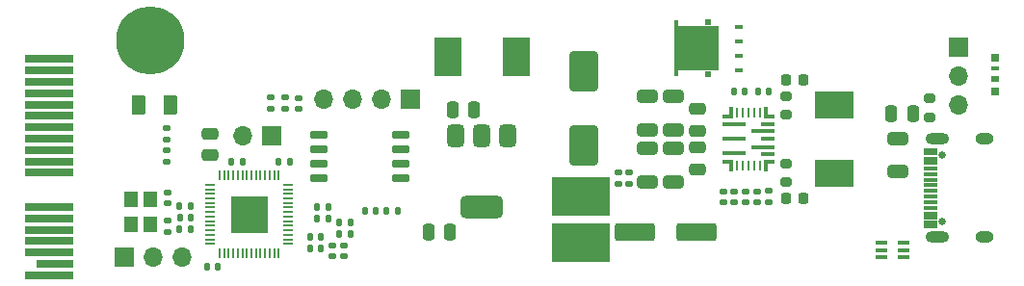
<source format=gbr>
%TF.GenerationSoftware,KiCad,Pcbnew,8.0.3*%
%TF.CreationDate,2024-06-27T20:48:53-04:00*%
%TF.ProjectId,charger-module,63686172-6765-4722-9d6d-6f64756c652e,v0.0.0*%
%TF.SameCoordinates,Original*%
%TF.FileFunction,Soldermask,Top*%
%TF.FilePolarity,Negative*%
%FSLAX46Y46*%
G04 Gerber Fmt 4.6, Leading zero omitted, Abs format (unit mm)*
G04 Created by KiCad (PCBNEW 8.0.3) date 2024-06-27 20:48:53*
%MOMM*%
%LPD*%
G01*
G04 APERTURE LIST*
G04 Aperture macros list*
%AMRoundRect*
0 Rectangle with rounded corners*
0 $1 Rounding radius*
0 $2 $3 $4 $5 $6 $7 $8 $9 X,Y pos of 4 corners*
0 Add a 4 corners polygon primitive as box body*
4,1,4,$2,$3,$4,$5,$6,$7,$8,$9,$2,$3,0*
0 Add four circle primitives for the rounded corners*
1,1,$1+$1,$2,$3*
1,1,$1+$1,$4,$5*
1,1,$1+$1,$6,$7*
1,1,$1+$1,$8,$9*
0 Add four rect primitives between the rounded corners*
20,1,$1+$1,$2,$3,$4,$5,0*
20,1,$1+$1,$4,$5,$6,$7,0*
20,1,$1+$1,$6,$7,$8,$9,0*
20,1,$1+$1,$8,$9,$2,$3,0*%
%AMFreePoly0*
4,1,5,0.450000,-0.150000,-0.450000,-0.150000,-0.450000,0.150000,0.450000,0.150000,0.450000,-0.150000,0.450000,-0.150000,$1*%
%AMFreePoly1*
4,1,5,0.150000,-0.475000,-0.150000,-0.475000,-0.150000,0.475000,0.150000,0.475000,0.150000,-0.475000,0.150000,-0.475000,$1*%
G04 Aperture macros list end*
%ADD10RoundRect,0.140000X-0.140000X-0.170000X0.140000X-0.170000X0.140000X0.170000X-0.140000X0.170000X0*%
%ADD11C,0.650000*%
%ADD12R,1.150000X0.300000*%
%ADD13O,2.100000X1.000000*%
%ADD14O,1.600000X1.000000*%
%ADD15RoundRect,0.200000X0.275000X-0.200000X0.275000X0.200000X-0.275000X0.200000X-0.275000X-0.200000X0*%
%ADD16RoundRect,0.250000X-0.650000X0.325000X-0.650000X-0.325000X0.650000X-0.325000X0.650000X0.325000X0*%
%ADD17RoundRect,0.135000X-0.185000X0.135000X-0.185000X-0.135000X0.185000X-0.135000X0.185000X0.135000X0*%
%ADD18RoundRect,0.140000X0.140000X0.170000X-0.140000X0.170000X-0.140000X-0.170000X0.140000X-0.170000X0*%
%ADD19R,3.500000X2.350000*%
%ADD20RoundRect,0.135000X0.185000X-0.135000X0.185000X0.135000X-0.185000X0.135000X-0.185000X-0.135000X0*%
%ADD21RoundRect,0.250000X-0.475000X0.250000X-0.475000X-0.250000X0.475000X-0.250000X0.475000X0.250000X0*%
%ADD22RoundRect,0.140000X-0.170000X0.140000X-0.170000X-0.140000X0.170000X-0.140000X0.170000X0.140000X0*%
%ADD23RoundRect,0.250000X1.500000X0.550000X-1.500000X0.550000X-1.500000X-0.550000X1.500000X-0.550000X0*%
%ADD24RoundRect,0.140000X0.170000X-0.140000X0.170000X0.140000X-0.170000X0.140000X-0.170000X-0.140000X0*%
%ADD25RoundRect,0.375000X-0.375000X0.625000X-0.375000X-0.625000X0.375000X-0.625000X0.375000X0.625000X0*%
%ADD26RoundRect,0.500000X-1.400000X0.500000X-1.400000X-0.500000X1.400000X-0.500000X1.400000X0.500000X0*%
%ADD27R,1.700000X1.700000*%
%ADD28O,1.700000X1.700000*%
%ADD29RoundRect,0.250000X-0.250000X-0.475000X0.250000X-0.475000X0.250000X0.475000X-0.250000X0.475000X0*%
%ADD30RoundRect,0.250000X0.475000X-0.250000X0.475000X0.250000X-0.475000X0.250000X-0.475000X-0.250000X0*%
%ADD31RoundRect,0.250000X0.250000X0.475000X-0.250000X0.475000X-0.250000X-0.475000X0.250000X-0.475000X0*%
%ADD32R,4.300000X0.700000*%
%ADD33R,3.200000X0.700000*%
%ADD34RoundRect,0.250000X0.650000X-0.325000X0.650000X0.325000X-0.650000X0.325000X-0.650000X-0.325000X0*%
%ADD35R,2.100000X0.300000*%
%ADD36R,2.100000X0.400000*%
%ADD37FreePoly0,0.000000*%
%ADD38FreePoly1,0.000000*%
%ADD39R,0.250000X0.950000*%
%ADD40R,1.300000X0.300000*%
%ADD41RoundRect,0.250000X0.375000X0.625000X-0.375000X0.625000X-0.375000X-0.625000X0.375000X-0.625000X0*%
%ADD42RoundRect,0.250000X-1.000000X1.500000X-1.000000X-1.500000X1.000000X-1.500000X1.000000X1.500000X0*%
%ADD43RoundRect,0.050000X-0.050000X0.387500X-0.050000X-0.387500X0.050000X-0.387500X0.050000X0.387500X0*%
%ADD44RoundRect,0.050000X-0.387500X0.050000X-0.387500X-0.050000X0.387500X-0.050000X0.387500X0.050000X0*%
%ADD45R,3.200000X3.200000*%
%ADD46R,1.200000X1.400000*%
%ADD47RoundRect,0.102500X0.257500X0.102500X-0.257500X0.102500X-0.257500X-0.102500X0.257500X-0.102500X0*%
%ADD48R,0.510000X0.585000*%
%ADD49R,3.990000X3.960000*%
%ADD50R,0.410000X0.470000*%
%ADD51RoundRect,0.135000X-0.135000X-0.185000X0.135000X-0.185000X0.135000X0.185000X-0.135000X0.185000X0*%
%ADD52R,0.800000X0.750000*%
%ADD53R,0.800000X0.600000*%
%ADD54R,0.800000X0.400000*%
%ADD55R,0.800000X0.800000*%
%ADD56RoundRect,0.225000X0.225000X0.250000X-0.225000X0.250000X-0.225000X-0.250000X0.225000X-0.250000X0*%
%ADD57C,6.000000*%
%ADD58RoundRect,0.135000X0.135000X0.185000X-0.135000X0.185000X-0.135000X-0.185000X0.135000X-0.185000X0*%
%ADD59R,5.100000X3.500000*%
%ADD60RoundRect,0.150000X-0.650000X-0.150000X0.650000X-0.150000X0.650000X0.150000X-0.650000X0.150000X0*%
%ADD61RoundRect,0.225000X-0.225000X-0.250000X0.225000X-0.250000X0.225000X0.250000X-0.225000X0.250000X0*%
%ADD62R,1.050000X0.400000*%
%ADD63R,2.350000X3.500000*%
G04 APERTURE END LIST*
D10*
%TO.C,C1*%
X66380000Y-8540000D03*
X67340000Y-8540000D03*
%TD*%
D11*
%TO.C,J3*%
X82595000Y-19890000D03*
X82595000Y-14110000D03*
D12*
X81530000Y-20350000D03*
X81530000Y-19550000D03*
X81530000Y-18250000D03*
X81530000Y-17250000D03*
X81530000Y-16750000D03*
X81530000Y-15750000D03*
X81530000Y-14450000D03*
X81530000Y-13650000D03*
X81530000Y-13950000D03*
X81530000Y-14750000D03*
X81530000Y-15250000D03*
X81530000Y-16250000D03*
X81530000Y-17750000D03*
X81530000Y-18750000D03*
X81530000Y-19250000D03*
X81530000Y-20050000D03*
D13*
X82095000Y-21320000D03*
D14*
X86275000Y-21320000D03*
D13*
X82095000Y-12680000D03*
D14*
X86275000Y-12680000D03*
%TD*%
D15*
%TO.C,R7*%
X81470000Y-10755000D03*
X81470000Y-9105000D03*
%TD*%
D16*
%TO.C,C5*%
X56640000Y-8925000D03*
X56640000Y-11875000D03*
%TD*%
D17*
%TO.C,R8*%
X23580000Y-9030000D03*
X23580000Y-10050000D03*
%TD*%
D18*
%TO.C,C34*%
X16510000Y-19610000D03*
X15550000Y-19610000D03*
%TD*%
D19*
%TO.C,L2*%
X73110000Y-9665000D03*
X73110000Y-15715000D03*
%TD*%
D20*
%TO.C,R16*%
X54080000Y-16590000D03*
X54080000Y-15570000D03*
%TD*%
D21*
%TO.C,C6*%
X61070000Y-10050000D03*
X61070000Y-11950000D03*
%TD*%
D22*
%TO.C,C22*%
X14450000Y-19870000D03*
X14450000Y-20830000D03*
%TD*%
%TO.C,C18*%
X66300000Y-17270000D03*
X66300000Y-18230000D03*
%TD*%
D17*
%TO.C,R1*%
X67300000Y-17240000D03*
X67300000Y-18260000D03*
%TD*%
D23*
%TO.C,C15*%
X60950000Y-20850000D03*
X55550000Y-20850000D03*
%TD*%
D24*
%TO.C,C36*%
X29975000Y-23005000D03*
X29975000Y-22045000D03*
%TD*%
D25*
%TO.C,U2*%
X44370000Y-12360000D03*
X42070000Y-12360000D03*
D26*
X42070000Y-18660000D03*
D25*
X39770000Y-12360000D03*
%TD*%
D15*
%TO.C,R3*%
X68830000Y-10535000D03*
X68830000Y-8885000D03*
%TD*%
D10*
%TO.C,C30*%
X26990000Y-22300000D03*
X27950000Y-22300000D03*
%TD*%
%TO.C,C26*%
X27645000Y-18675000D03*
X28605000Y-18675000D03*
%TD*%
%TO.C,C29*%
X27645000Y-19700000D03*
X28605000Y-19700000D03*
%TD*%
D27*
%TO.C,J6*%
X10670000Y-23030000D03*
D28*
X13210000Y-23030000D03*
X15750000Y-23030000D03*
%TD*%
D18*
%TO.C,C27*%
X16505000Y-20630000D03*
X15545000Y-20630000D03*
%TD*%
D29*
%TO.C,C23*%
X39520000Y-10110000D03*
X41420000Y-10110000D03*
%TD*%
D20*
%TO.C,R15*%
X55020000Y-16590000D03*
X55020000Y-15570000D03*
%TD*%
D17*
%TO.C,R13*%
X14380000Y-11730000D03*
X14380000Y-12750000D03*
%TD*%
D10*
%TO.C,C31*%
X24245000Y-14675000D03*
X25205000Y-14675000D03*
%TD*%
D30*
%TO.C,C13*%
X61070000Y-15350000D03*
X61070000Y-13450000D03*
%TD*%
D31*
%TO.C,C20*%
X79990000Y-10420000D03*
X78090000Y-10420000D03*
%TD*%
D27*
%TO.C,J2*%
X84000000Y-4640000D03*
D28*
X84000000Y-7180000D03*
X84000000Y-9720000D03*
%TD*%
D32*
%TO.C,J1*%
X4050000Y-5650000D03*
X4050000Y-6650000D03*
X4050000Y-7650000D03*
X4050000Y-8650000D03*
X4050000Y-9650000D03*
X4050000Y-10650000D03*
X4050000Y-11650000D03*
X4050000Y-12650000D03*
X4050000Y-13650000D03*
X4050000Y-14650000D03*
X4050000Y-15650000D03*
X4050000Y-18650000D03*
X4050000Y-19650000D03*
X4050000Y-20650000D03*
X4050000Y-21650000D03*
X4050000Y-22650000D03*
D33*
X4600000Y-23650000D03*
D32*
X4050000Y-24650000D03*
%TD*%
D16*
%TO.C,C14*%
X78650000Y-12615000D03*
X78650000Y-15565000D03*
%TD*%
D22*
%TO.C,C16*%
X65300000Y-17270000D03*
X65300000Y-18230000D03*
%TD*%
D34*
%TO.C,C10*%
X56640000Y-16475000D03*
X56640000Y-13525000D03*
%TD*%
D35*
%TO.C,U1*%
X64300000Y-11385000D03*
D36*
X64300000Y-12685000D03*
X64300000Y-13935000D03*
D37*
X63700000Y-14685000D03*
D38*
X64000000Y-15010000D03*
D39*
X64550000Y-15010000D03*
X65050000Y-15010000D03*
X65550000Y-15010000D03*
X66050000Y-15010000D03*
X66550000Y-15010000D03*
D38*
X67100000Y-15010000D03*
D37*
X67400000Y-14685000D03*
D40*
X67200000Y-13985000D03*
D35*
X66800000Y-13385000D03*
D40*
X67200000Y-12685000D03*
D35*
X66800000Y-11985000D03*
D40*
X67200000Y-11385000D03*
D38*
X67100000Y-10360000D03*
D37*
X67400000Y-10685000D03*
D39*
X66550000Y-10360000D03*
X66050000Y-10360000D03*
X65550000Y-10360000D03*
X65050000Y-10360000D03*
X64550000Y-10360000D03*
D37*
X63700000Y-10685000D03*
D38*
X64000000Y-10360000D03*
%TD*%
D41*
%TO.C,F1*%
X14770000Y-9700000D03*
X11970000Y-9700000D03*
%TD*%
D22*
%TO.C,C17*%
X64300000Y-17270000D03*
X64300000Y-18230000D03*
%TD*%
D34*
%TO.C,C12*%
X58940000Y-16475000D03*
X58940000Y-13525000D03*
%TD*%
D30*
%TO.C,C37*%
X18200000Y-14125000D03*
X18200000Y-12225000D03*
%TD*%
D22*
%TO.C,C19*%
X63300000Y-17270000D03*
X63300000Y-18230000D03*
%TD*%
D18*
%TO.C,C2*%
X65220000Y-8540000D03*
X64260000Y-8540000D03*
%TD*%
D42*
%TO.C,C3*%
X51070000Y-6730000D03*
X51070000Y-13230000D03*
%TD*%
D43*
%TO.C,U4*%
X24250000Y-15862500D03*
X23850000Y-15862500D03*
X23450000Y-15862500D03*
X23050000Y-15862500D03*
X22650000Y-15862500D03*
X22250000Y-15862500D03*
X21850000Y-15862500D03*
X21450000Y-15862500D03*
X21050000Y-15862500D03*
X20650000Y-15862500D03*
X20250000Y-15862500D03*
X19850000Y-15862500D03*
X19450000Y-15862500D03*
X19050000Y-15862500D03*
D44*
X18212500Y-16700000D03*
X18212500Y-17100000D03*
X18212500Y-17500000D03*
X18212500Y-17900000D03*
X18212500Y-18300000D03*
X18212500Y-18700000D03*
X18212500Y-19100000D03*
X18212500Y-19500000D03*
X18212500Y-19900000D03*
X18212500Y-20300000D03*
X18212500Y-20700000D03*
X18212500Y-21100000D03*
X18212500Y-21500000D03*
X18212500Y-21900000D03*
D43*
X19050000Y-22737500D03*
X19450000Y-22737500D03*
X19850000Y-22737500D03*
X20250000Y-22737500D03*
X20650000Y-22737500D03*
X21050000Y-22737500D03*
X21450000Y-22737500D03*
X21850000Y-22737500D03*
X22250000Y-22737500D03*
X22650000Y-22737500D03*
X23050000Y-22737500D03*
X23450000Y-22737500D03*
X23850000Y-22737500D03*
X24250000Y-22737500D03*
D44*
X25087500Y-21900000D03*
X25087500Y-21500000D03*
X25087500Y-21100000D03*
X25087500Y-20700000D03*
X25087500Y-20300000D03*
X25087500Y-19900000D03*
X25087500Y-19500000D03*
X25087500Y-19100000D03*
X25087500Y-18700000D03*
X25087500Y-18300000D03*
X25087500Y-17900000D03*
X25087500Y-17500000D03*
X25087500Y-17100000D03*
X25087500Y-16700000D03*
D45*
X21650000Y-19300000D03*
%TD*%
D46*
%TO.C,Y1*%
X11300000Y-17950000D03*
X11300000Y-20150000D03*
X13000000Y-20150000D03*
X13000000Y-17950000D03*
%TD*%
D31*
%TO.C,C24*%
X39300000Y-20900000D03*
X37400000Y-20900000D03*
%TD*%
D17*
%TO.C,R9*%
X24780000Y-9030000D03*
X24780000Y-10050000D03*
%TD*%
D47*
%TO.C,Q1*%
X64735000Y-6595000D03*
X64735000Y-5325000D03*
X64735000Y-4055000D03*
X64735000Y-2785000D03*
D48*
X62020000Y-6962500D03*
X62020000Y-2417500D03*
D49*
X60940000Y-4690000D03*
D50*
X59150000Y-6905000D03*
X59150000Y-2475000D03*
%TD*%
D51*
%TO.C,R4*%
X33740000Y-19025000D03*
X34760000Y-19025000D03*
%TD*%
D15*
%TO.C,R6*%
X68830000Y-16485000D03*
X68830000Y-14835000D03*
%TD*%
D52*
%TO.C,D2*%
X87250000Y-8500000D03*
D53*
X87250000Y-7375000D03*
D54*
X87250000Y-6495000D03*
D55*
X87250000Y-5515000D03*
%TD*%
D56*
%TO.C,C11*%
X70355000Y-17870000D03*
X68805000Y-17870000D03*
%TD*%
D16*
%TO.C,C4*%
X58940000Y-8925000D03*
X58940000Y-11875000D03*
%TD*%
D18*
%TO.C,C32*%
X18920000Y-23900000D03*
X17960000Y-23900000D03*
%TD*%
D27*
%TO.C,J4*%
X23600000Y-12400000D03*
D28*
X21060000Y-12400000D03*
%TD*%
D57*
%TO.C,H1*%
X13000000Y-4000000D03*
%TD*%
D58*
%TO.C,R12*%
X30585000Y-21025000D03*
X29565000Y-21025000D03*
%TD*%
D10*
%TO.C,C28*%
X26990000Y-21300000D03*
X27950000Y-21300000D03*
%TD*%
D59*
%TO.C,R2*%
X50800000Y-17690000D03*
X50800000Y-21800000D03*
%TD*%
D24*
%TO.C,C35*%
X28950000Y-23005000D03*
X28950000Y-22045000D03*
%TD*%
D27*
%TO.C,J5*%
X35850000Y-9170000D03*
D28*
X33310000Y-9170000D03*
X30770000Y-9170000D03*
X28230000Y-9170000D03*
%TD*%
D60*
%TO.C,U3*%
X27775000Y-12270000D03*
X27775000Y-13540000D03*
X27775000Y-14810000D03*
X27775000Y-16080000D03*
X34975000Y-16080000D03*
X34975000Y-14810000D03*
X34975000Y-13540000D03*
X34975000Y-12270000D03*
%TD*%
D58*
%TO.C,R11*%
X30585000Y-20000000D03*
X29565000Y-20000000D03*
%TD*%
D17*
%TO.C,R14*%
X14380000Y-13700000D03*
X14380000Y-14720000D03*
%TD*%
D24*
%TO.C,C25*%
X25980000Y-10020000D03*
X25980000Y-9060000D03*
%TD*%
D61*
%TO.C,C7*%
X68805000Y-7500000D03*
X70355000Y-7500000D03*
%TD*%
D10*
%TO.C,C8*%
X31820000Y-19025000D03*
X32780000Y-19025000D03*
%TD*%
D62*
%TO.C,D1*%
X79140000Y-23090000D03*
X79140000Y-22440000D03*
X79140000Y-21790000D03*
X77240000Y-21790000D03*
X77240000Y-22440000D03*
X77240000Y-23090000D03*
%TD*%
D63*
%TO.C,L1*%
X39125000Y-5480000D03*
X45175000Y-5480000D03*
%TD*%
D58*
%TO.C,R10*%
X16540000Y-18600000D03*
X15520000Y-18600000D03*
%TD*%
D10*
%TO.C,C33*%
X20090000Y-14675000D03*
X21050000Y-14675000D03*
%TD*%
D24*
%TO.C,C21*%
X14450000Y-18355000D03*
X14450000Y-17395000D03*
%TD*%
M02*

</source>
